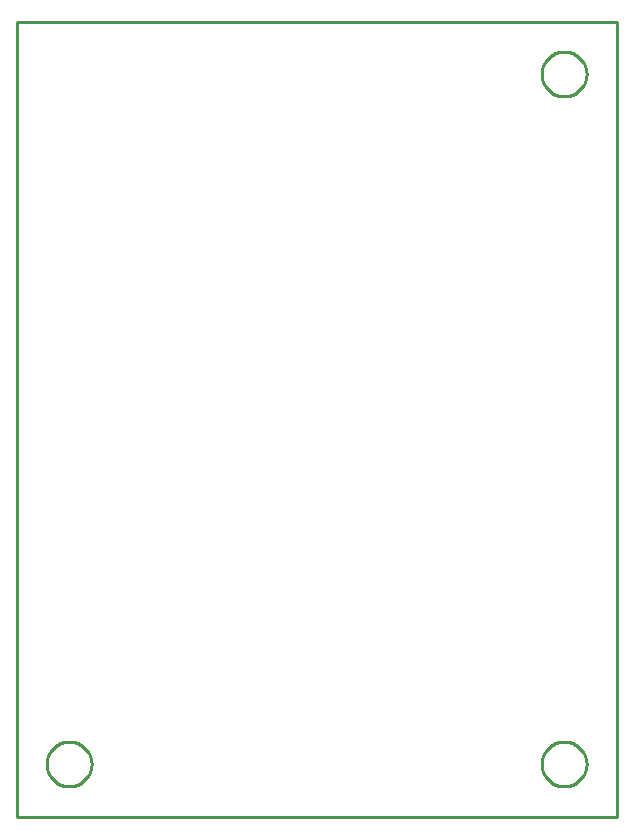
<source format=gbr>
G04 EAGLE Gerber RS-274X export*
G75*
%MOMM*%
%FSLAX34Y34*%
%LPD*%
%IN*%
%IPPOS*%
%AMOC8*
5,1,8,0,0,1.08239X$1,22.5*%
G01*
%ADD10C,0.254000*%


D10*
X0Y0D02*
X508000Y0D01*
X508000Y673100D01*
X0Y673100D01*
X0Y0D01*
X482537Y628076D02*
X482467Y626931D01*
X482329Y625792D01*
X482122Y624663D01*
X481848Y623549D01*
X481506Y622454D01*
X481099Y621381D01*
X480628Y620335D01*
X480095Y619319D01*
X479502Y618337D01*
X478850Y617392D01*
X478142Y616489D01*
X477381Y615630D01*
X476570Y614819D01*
X475711Y614058D01*
X474808Y613350D01*
X473863Y612699D01*
X472881Y612105D01*
X471865Y611572D01*
X470819Y611101D01*
X469746Y610694D01*
X468651Y610353D01*
X467537Y610078D01*
X466408Y609871D01*
X465269Y609733D01*
X464124Y609664D01*
X462976Y609664D01*
X461831Y609733D01*
X460692Y609871D01*
X459563Y610078D01*
X458449Y610353D01*
X457354Y610694D01*
X456281Y611101D01*
X455235Y611572D01*
X454219Y612105D01*
X453237Y612699D01*
X452292Y613350D01*
X451389Y614058D01*
X450530Y614819D01*
X449719Y615630D01*
X448958Y616489D01*
X448250Y617392D01*
X447599Y618337D01*
X447005Y619319D01*
X446472Y620335D01*
X446001Y621381D01*
X445594Y622454D01*
X445253Y623549D01*
X444978Y624663D01*
X444771Y625792D01*
X444633Y626931D01*
X444564Y628076D01*
X444564Y629224D01*
X444633Y630369D01*
X444771Y631508D01*
X444978Y632637D01*
X445253Y633751D01*
X445594Y634846D01*
X446001Y635919D01*
X446472Y636965D01*
X447005Y637981D01*
X447599Y638963D01*
X448250Y639908D01*
X448958Y640811D01*
X449719Y641670D01*
X450530Y642481D01*
X451389Y643242D01*
X452292Y643950D01*
X453237Y644602D01*
X454219Y645195D01*
X455235Y645728D01*
X456281Y646199D01*
X457354Y646606D01*
X458449Y646948D01*
X459563Y647222D01*
X460692Y647429D01*
X461831Y647567D01*
X462976Y647637D01*
X464124Y647637D01*
X465269Y647567D01*
X466408Y647429D01*
X467537Y647222D01*
X468651Y646948D01*
X469746Y646606D01*
X470819Y646199D01*
X471865Y645728D01*
X472881Y645195D01*
X473863Y644602D01*
X474808Y643950D01*
X475711Y643242D01*
X476570Y642481D01*
X477381Y641670D01*
X478142Y640811D01*
X478850Y639908D01*
X479502Y638963D01*
X480095Y637981D01*
X480628Y636965D01*
X481099Y635919D01*
X481506Y634846D01*
X481848Y633751D01*
X482122Y632637D01*
X482329Y631508D01*
X482467Y630369D01*
X482537Y629224D01*
X482537Y628076D01*
X63437Y43876D02*
X63367Y42731D01*
X63229Y41592D01*
X63022Y40463D01*
X62748Y39349D01*
X62406Y38254D01*
X61999Y37181D01*
X61528Y36135D01*
X60995Y35119D01*
X60402Y34137D01*
X59750Y33192D01*
X59042Y32289D01*
X58281Y31430D01*
X57470Y30619D01*
X56611Y29858D01*
X55708Y29150D01*
X54763Y28499D01*
X53781Y27905D01*
X52765Y27372D01*
X51719Y26901D01*
X50646Y26494D01*
X49551Y26153D01*
X48437Y25878D01*
X47308Y25671D01*
X46169Y25533D01*
X45024Y25464D01*
X43876Y25464D01*
X42731Y25533D01*
X41592Y25671D01*
X40463Y25878D01*
X39349Y26153D01*
X38254Y26494D01*
X37181Y26901D01*
X36135Y27372D01*
X35119Y27905D01*
X34137Y28499D01*
X33192Y29150D01*
X32289Y29858D01*
X31430Y30619D01*
X30619Y31430D01*
X29858Y32289D01*
X29150Y33192D01*
X28499Y34137D01*
X27905Y35119D01*
X27372Y36135D01*
X26901Y37181D01*
X26494Y38254D01*
X26153Y39349D01*
X25878Y40463D01*
X25671Y41592D01*
X25533Y42731D01*
X25464Y43876D01*
X25464Y45024D01*
X25533Y46169D01*
X25671Y47308D01*
X25878Y48437D01*
X26153Y49551D01*
X26494Y50646D01*
X26901Y51719D01*
X27372Y52765D01*
X27905Y53781D01*
X28499Y54763D01*
X29150Y55708D01*
X29858Y56611D01*
X30619Y57470D01*
X31430Y58281D01*
X32289Y59042D01*
X33192Y59750D01*
X34137Y60402D01*
X35119Y60995D01*
X36135Y61528D01*
X37181Y61999D01*
X38254Y62406D01*
X39349Y62748D01*
X40463Y63022D01*
X41592Y63229D01*
X42731Y63367D01*
X43876Y63437D01*
X45024Y63437D01*
X46169Y63367D01*
X47308Y63229D01*
X48437Y63022D01*
X49551Y62748D01*
X50646Y62406D01*
X51719Y61999D01*
X52765Y61528D01*
X53781Y60995D01*
X54763Y60402D01*
X55708Y59750D01*
X56611Y59042D01*
X57470Y58281D01*
X58281Y57470D01*
X59042Y56611D01*
X59750Y55708D01*
X60402Y54763D01*
X60995Y53781D01*
X61528Y52765D01*
X61999Y51719D01*
X62406Y50646D01*
X62748Y49551D01*
X63022Y48437D01*
X63229Y47308D01*
X63367Y46169D01*
X63437Y45024D01*
X63437Y43876D01*
X482537Y43876D02*
X482467Y42731D01*
X482329Y41592D01*
X482122Y40463D01*
X481848Y39349D01*
X481506Y38254D01*
X481099Y37181D01*
X480628Y36135D01*
X480095Y35119D01*
X479502Y34137D01*
X478850Y33192D01*
X478142Y32289D01*
X477381Y31430D01*
X476570Y30619D01*
X475711Y29858D01*
X474808Y29150D01*
X473863Y28499D01*
X472881Y27905D01*
X471865Y27372D01*
X470819Y26901D01*
X469746Y26494D01*
X468651Y26153D01*
X467537Y25878D01*
X466408Y25671D01*
X465269Y25533D01*
X464124Y25464D01*
X462976Y25464D01*
X461831Y25533D01*
X460692Y25671D01*
X459563Y25878D01*
X458449Y26153D01*
X457354Y26494D01*
X456281Y26901D01*
X455235Y27372D01*
X454219Y27905D01*
X453237Y28499D01*
X452292Y29150D01*
X451389Y29858D01*
X450530Y30619D01*
X449719Y31430D01*
X448958Y32289D01*
X448250Y33192D01*
X447599Y34137D01*
X447005Y35119D01*
X446472Y36135D01*
X446001Y37181D01*
X445594Y38254D01*
X445253Y39349D01*
X444978Y40463D01*
X444771Y41592D01*
X444633Y42731D01*
X444564Y43876D01*
X444564Y45024D01*
X444633Y46169D01*
X444771Y47308D01*
X444978Y48437D01*
X445253Y49551D01*
X445594Y50646D01*
X446001Y51719D01*
X446472Y52765D01*
X447005Y53781D01*
X447599Y54763D01*
X448250Y55708D01*
X448958Y56611D01*
X449719Y57470D01*
X450530Y58281D01*
X451389Y59042D01*
X452292Y59750D01*
X453237Y60402D01*
X454219Y60995D01*
X455235Y61528D01*
X456281Y61999D01*
X457354Y62406D01*
X458449Y62748D01*
X459563Y63022D01*
X460692Y63229D01*
X461831Y63367D01*
X462976Y63437D01*
X464124Y63437D01*
X465269Y63367D01*
X466408Y63229D01*
X467537Y63022D01*
X468651Y62748D01*
X469746Y62406D01*
X470819Y61999D01*
X471865Y61528D01*
X472881Y60995D01*
X473863Y60402D01*
X474808Y59750D01*
X475711Y59042D01*
X476570Y58281D01*
X477381Y57470D01*
X478142Y56611D01*
X478850Y55708D01*
X479502Y54763D01*
X480095Y53781D01*
X480628Y52765D01*
X481099Y51719D01*
X481506Y50646D01*
X481848Y49551D01*
X482122Y48437D01*
X482329Y47308D01*
X482467Y46169D01*
X482537Y45024D01*
X482537Y43876D01*
M02*

</source>
